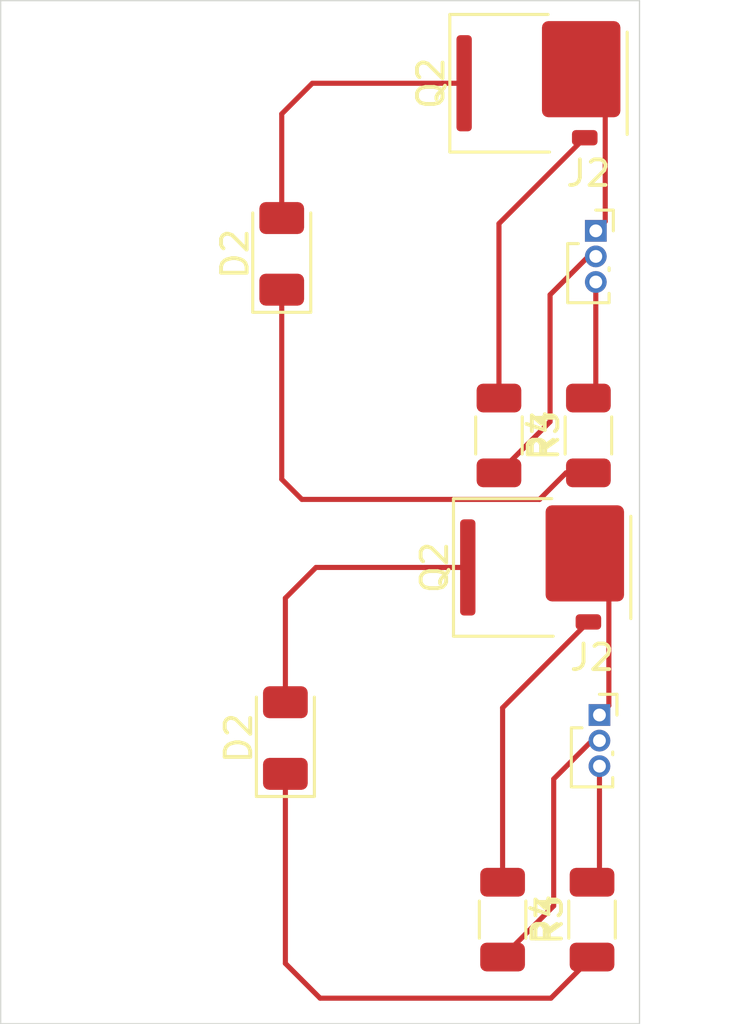
<source format=kicad_pcb>
(kicad_pcb (version 20241229) (generator "pcbnew") (generator_version "9.0")
  (layers (0 "F.Cu" signal) (2 "B.Cu" signal) (13 "F.Paste" user) (15 "B.Paste" user) (5 "F.SilkS" user "F.Silkscreen") (7 "B.SilkS" user "B.Silkscreen") (1 "F.Mask" user) (3 "B.Mask" user) (25 "Edge.Cuts" user))
  (net 0 "")
  (net 1 "Net-(D2-A)")
  (net 2 "Net-(D2-K)")
  (net 3 "Net-(J2-Pin_2)")
  (net 4 "Net-(J2-Pin_3)")
  (net 5 "Net-(J2-Pin_1)")
  (net 6 "Net-(Q2-B)")
  (footprint "Resistor_SMD:R_1206_3216Metric" (layer "F.Cu") (at 154.5 115 -90)
    (property "Reference" "R3" (at 0 -1.83 90) (layer "F.SilkS"))
    (property "Value" "1k")
    (fp_line (start -0.727064 0.91) (end 0.727064 0.91) (stroke (width 0.12)) (layer "F.SilkS") (net 1919903860))
    (fp_line (start -0.727064 -0.91) (end 0.727064 -0.91) (stroke (width 0.12)) (layer "F.SilkS") (net 1919903860))
    (pad "1" smd roundrect (at -1.4625 0 270) (size 1.125 1.75) (layers "F.Cu" "F.Mask" "F.Paste") (roundrect_rratio 0.222222) (net 6 "Net-(Q2-B)"))
    (pad "2" smd roundrect (at 1.4625 0 270) (size 1.125 1.75) (layers "F.Cu" "F.Mask" "F.Paste") (roundrect_rratio 0.222222) (net 3 "Net-(J2-Pin_2)"))
  )
  (footprint "Transistor_Power:GaN_Systems_GaNPX-3_5x6.6mm_Drain3.76x0.6mm" (layer "F.Cu") (at 156.19 120.16 90)
    (property "Reference" "Q2" (at 0 -4.21 90) (layer "F.SilkS"))
    (property "Value" "BC107")
    (fp_line (start 2.69 -3.47) (end -2.69 -3.47) (stroke (width 0.12)) (layer "F.SilkS"))
    (fp_line (start -2.69 -3.47) (end -2.69 0.4325) (stroke (width 0.12)) (layer "F.SilkS"))
    (fp_line (start 2.69 0.375) (end 2.69 -3.47) (stroke (width 0.12)) (layer "F.SilkS"))
    (fp_line (start -2 3.47) (end 2 3.47) (stroke (width 0.12)) (layer "F.SilkS"))
    (pad "1" smd roundrect (at 0 -2.91 90) (size 3.76 0.6) (layers "F.Cu" "F.Mask" "F.Paste") (net 1 "Net-(D2-A)"))
    (pad "2" smd roundrect (at -2.13 1.81 90) (size 0.6 1) (layers "F.Cu" "F.Mask" "F.Paste") (net 6 "Net-(Q2-B)"))
    (pad "3" smd roundrect (at 0.55 1.67 90) (size 3.76 3.07) (layers "F.Cu" "F.Mask") (roundrect_rratio 0.08143322476) (net 5 "Net-(J2-Pin_1)"))
  )
  (footprint "LED_SMD:LED_1206_3216Metric" (layer "F.Cu") (at 146 107.9 90)
    (property "Reference" "D2" (at 0 -1.83 90) (layer "F.SilkS"))
    (property "Value" "LED")
    (fp_line (start 1.6 -1.135) (end -2.285 -1.135) (stroke (width 0.12)) (layer "F.SilkS") (net 1919903860))
    (fp_line (start -2.285 -1.135) (end -2.285 1.135) (stroke (width 0.12)) (layer "F.SilkS") (net 1919903860))
    (fp_line (start -2.285 1.135) (end 1.6 1.135) (stroke (width 0.12)) (layer "F.SilkS") (net 1919903860))
    (pad "1" smd roundrect (at -1.4 0 90) (size 1.25 1.75) (layers "F.Cu" "F.Mask" "F.Paste") (roundrect_rratio 0.2) (net 2 "Net-(D2-K)"))
    (pad "2" smd roundrect (at 1.4 0 90) (size 1.25 1.75) (layers "F.Cu" "F.Mask" "F.Paste") (roundrect_rratio 0.2) (net 1 "Net-(D2-A)"))
  )
  (footprint "Resistor_SMD:R_1206_3216Metric" (layer "F.Cu") (at 158.1425 133.93 90)
    (property "Reference" "R4" (at 0 -1.83 90) (layer "F.SilkS"))
    (property "Value" "R")
    (fp_line (start -0.727064 -0.91) (end 0.727064 -0.91) (stroke (width 0.12)) (layer "F.SilkS"))
    (fp_line (start -0.727064 0.91) (end 0.727064 0.91) (stroke (width 0.12)) (layer "F.SilkS"))
    (pad "1" smd roundrect (at -1.4625 0 90) (size 1.125 1.75) (layers "F.Cu" "F.Mask" "F.Paste") (roundrect_rratio 0.222222) (net 2 "Net-(D2-K)"))
    (pad "2" smd roundrect (at 1.4625 0 90) (size 1.125 1.75) (layers "F.Cu" "F.Mask" "F.Paste") (roundrect_rratio 0.222222) (net 4 "Net-(J2-Pin_3)"))
  )
  (footprint "Resistor_SMD:R_1206_3216Metric" (layer "F.Cu") (at 158 115 90)
    (property "Reference" "R4" (at 0 -1.83 90) (layer "F.SilkS"))
    (property "Value" "R")
    (fp_line (start -0.727064 -0.91) (end 0.727064 -0.91) (stroke (width 0.12)) (layer "F.SilkS") (net 1919903860))
    (fp_line (start -0.727064 0.91) (end 0.727064 0.91) (stroke (width 0.12)) (layer "F.SilkS") (net 1919903860))
    (pad "1" smd roundrect (at -1.4625 0 90) (size 1.125 1.75) (layers "F.Cu" "F.Mask" "F.Paste") (roundrect_rratio 0.222222) (net 2 "Net-(D2-K)"))
    (pad "2" smd roundrect (at 1.4625 0 90) (size 1.125 1.75) (layers "F.Cu" "F.Mask" "F.Paste") (roundrect_rratio 0.222222) (net 4 "Net-(J2-Pin_3)"))
  )
  (footprint "Resistor_SMD:R_1206_3216Metric" (layer "F.Cu") (at 154.6425 133.93 -90)
    (property "Reference" "R3" (at 0 -1.83 90) (layer "F.SilkS"))
    (property "Value" "1k")
    (fp_line (start -0.727064 0.91) (end 0.727064 0.91) (stroke (width 0.12)) (layer "F.SilkS"))
    (fp_line (start -0.727064 -0.91) (end 0.727064 -0.91) (stroke (width 0.12)) (layer "F.SilkS"))
    (pad "1" smd roundrect (at -1.4625 0 270) (size 1.125 1.75) (layers "F.Cu" "F.Mask" "F.Paste") (roundrect_rratio 0.222222) (net 6 "Net-(Q2-B)"))
    (pad "2" smd roundrect (at 1.4625 0 270) (size 1.125 1.75) (layers "F.Cu" "F.Mask" "F.Paste") (roundrect_rratio 0.222222) (net 3 "Net-(J2-Pin_2)"))
  )
  (footprint "LED_SMD:LED_1206_3216Metric" (layer "F.Cu") (at 146.1425 126.83 90)
    (property "Reference" "D2" (at 0 -1.83 90) (layer "F.SilkS"))
    (property "Value" "LED")
    (fp_line (start 1.6 -1.135) (end -2.285 -1.135) (stroke (width 0.12)) (layer "F.SilkS"))
    (fp_line (start -2.285 -1.135) (end -2.285 1.135) (stroke (width 0.12)) (layer "F.SilkS"))
    (fp_line (start -2.285 1.135) (end 1.6 1.135) (stroke (width 0.12)) (layer "F.SilkS"))
    (pad "1" smd roundrect (at -1.4 0 90) (size 1.25 1.75) (layers "F.Cu" "F.Mask" "F.Paste") (roundrect_rratio 0.2) (net 2 "Net-(D2-K)"))
    (pad "2" smd roundrect (at 1.4 0 90) (size 1.25 1.75) (layers "F.Cu" "F.Mask" "F.Paste") (roundrect_rratio 0.2) (net 1 "Net-(D2-A)"))
  )
  (footprint "Connector_PinSocket_1.00mm:PinSocket_1x03_P1.00mm_Vertical" (layer "F.Cu") (at 158.29 107)
    (property "Reference" "J2" (at -0.29 -2.25 0) (layer "F.SilkS"))
    (property "Value" "Conn_01x03_Pin")
    (fp_line (start -1.1 0.5) (end -1.1 2.81) (stroke (width 0.12)) (layer "F.SilkS") (net 1919903860))
    (fp_line (start -1.1 0.5) (end -0.685 0.5) (stroke (width 0.12)) (layer "F.SilkS") (net 1919903860))
    (fp_line (start -1.1 2.81) (end 0.52 2.81) (stroke (width 0.12)) (layer "F.SilkS") (net 1919903860))
    (fp_line (start 0 -0.81) (end 0.685 -0.81) (stroke (width 0.12)) (layer "F.SilkS") (net 1919903860))
    (fp_line (start 0.52 1.445898) (end 0.52 1.554102) (stroke (width 0.12)) (layer "F.SilkS") (net 1919903860))
    (fp_line (start 0.52 2.445898) (end 0.52 2.81) (stroke (width 0.12)) (layer "F.SilkS") (net 1919903860))
    (fp_line (start 0.685 -0.81) (end 0.685 0) (stroke (width 0.12)) (layer "F.SilkS") (net 1919903860))
    (pad "1" thru_hole rect (at 0 0) (size 0.85 0.85) (drill 0.5) (layers "*.Cu" "*.Mask") (net 5 "Net-(J2-Pin_1)"))
    (pad "2" thru_hole circle (at 0 1) (size 0.85 0.85) (drill 0.5) (layers "*.Cu" "*.Mask") (net 3 "Net-(J2-Pin_2)"))
    (pad "3" thru_hole circle (at 0 2) (size 0.85 0.85) (drill 0.5) (layers "*.Cu" "*.Mask") (net 4 "Net-(J2-Pin_3)"))
  )
  (footprint "Connector_PinSocket_1.00mm:PinSocket_1x03_P1.00mm_Vertical" (layer "F.Cu") (at 158.4325 125.93)
    (property "Reference" "J2" (at -0.29 -2.25 0) (layer "F.SilkS"))
    (property "Value" "Conn_01x03_Pin")
    (fp_line (start -1.1 0.5) (end -1.1 2.81) (stroke (width 0.12)) (layer "F.SilkS"))
    (fp_line (start -1.1 0.5) (end -0.685 0.5) (stroke (width 0.12)) (layer "F.SilkS"))
    (fp_line (start -1.1 2.81) (end 0.52 2.81) (stroke (width 0.12)) (layer "F.SilkS"))
    (fp_line (start 0 -0.81) (end 0.685 -0.81) (stroke (width 0.12)) (layer "F.SilkS"))
    (fp_line (start 0.52 1.445898) (end 0.52 1.554102) (stroke (width 0.12)) (layer "F.SilkS"))
    (fp_line (start 0.52 2.445898) (end 0.52 2.81) (stroke (width 0.12)) (layer "F.SilkS"))
    (fp_line (start 0.685 -0.81) (end 0.685 0) (stroke (width 0.12)) (layer "F.SilkS"))
    (pad "1" thru_hole rect (at 0 0) (size 0.85 0.85) (drill 0.5) (layers "*.Cu" "*.Mask") (net 5 "Net-(J2-Pin_1)"))
    (pad "2" thru_hole circle (at 0 1) (size 0.85 0.85) (drill 0.5) (layers "*.Cu" "*.Mask") (net 3 "Net-(J2-Pin_2)"))
    (pad "3" thru_hole circle (at 0 2) (size 0.85 0.85) (drill 0.5) (layers "*.Cu" "*.Mask") (net 4 "Net-(J2-Pin_3)"))
  )
  (footprint "Transistor_Power:GaN_Systems_GaNPX-3_5x6.6mm_Drain3.76x0.6mm" (layer "F.Cu") (at 156.0475 101.23 90)
    (property "Reference" "Q2" (at 0 -4.21 90) (layer "F.SilkS"))
    (property "Value" "BC107")
    (fp_line (start 2.69 -3.47) (end -2.69 -3.47) (stroke (width 0.12)) (layer "F.SilkS") (net 1919903860))
    (fp_line (start -2.69 -3.47) (end -2.69 0.4325) (stroke (width 0.12)) (layer "F.SilkS") (net 1919903860))
    (fp_line (start 2.69 0.375) (end 2.69 -3.47) (stroke (width 0.12)) (layer "F.SilkS") (net 1919903860))
    (fp_line (start -2 3.47) (end 2 3.47) (stroke (width 0.12)) (layer "F.SilkS") (net 1919903860))
    (pad "1" smd roundrect (at 0 -2.91 90) (size 3.76 0.6) (layers "F.Cu" "F.Mask" "F.Paste") (net 1 "Net-(D2-A)"))
    (pad "2" smd roundrect (at -2.13 1.81 90) (size 0.6 1) (layers "F.Cu" "F.Mask" "F.Paste") (net 6 "Net-(Q2-B)"))
    (pad "3" smd roundrect (at 0.55 1.67 90) (size 3.76 3.07) (layers "F.Cu" "F.Mask") (roundrect_rratio 0.08143322476) (net 5 "Net-(J2-Pin_1)"))
  )
  (gr_rect (start 135 98) (end 160 138) (stroke (width 0.05)) (fill no) (layer "Edge.Cuts"))
  (segment (start 153.1375 101.23) (end 147.1975 101.23) (width 0.2) (layer "F.Cu") (net 1))
  (segment (start 146 102.4275) (end 146 106.5) (width 0.2) (layer "F.Cu") (net 1))
  (segment (start 147.34 120.16) (end 146.1425 121.3575) (width 0.2) (layer "F.Cu") (net 1))
  (segment (start 146 106.5) (end 146.0775 106.5) (width 0.2) (layer "F.Cu") (net 1))
  (segment (start 147.1975 101.23) (end 146 102.4275) (width 0.2) (layer "F.Cu") (net 1))
  (segment (start 146.1425 125.43) (end 146.22 125.43) (width 0.2) (layer "F.Cu") (net 1))
  (segment (start 153.28 120.16) (end 147.34 120.16) (width 0.2) (layer "F.Cu") (net 1))
  (segment (start 146.1425 121.3575) (end 146.1425 125.43) (width 0.2) (layer "F.Cu") (net 1))
  (segment (start 158 116.4625) (end 157.125 116.4625) (width 0.2) (layer "F.Cu") (net 2))
  (segment (start 147.5 137) (end 156.535 137) (width 0.2) (layer "F.Cu") (net 2))
  (segment (start 157.125 116.4625) (end 156.0875 117.5) (width 0.2) (layer "F.Cu") (net 2))
  (segment (start 146.1425 128.23) (end 146.1425 135.6425) (width 0.2) (layer "F.Cu") (net 2))
  (segment (start 146.1425 135.6425) (end 147.5 137) (width 0.2) (layer "F.Cu") (net 2))
  (segment (start 146 109.3) (end 146 116.7125) (width 0.2) (layer "F.Cu") (net 2))
  (segment (start 146.7875 117.5) (end 146 116.7125) (width 0.2) (layer "F.Cu") (net 2))
  (segment (start 156.0875 117.5) (end 146.7875 117.5) (width 0.2) (layer "F.Cu") (net 2))
  (segment (start 156.535 137) (end 158.1425 135.3925) (width 0.2) (layer "F.Cu") (net 2))
  (segment (start 158 108) (end 158.29 108) (width 0.2) (layer "F.Cu") (net 3))
  (segment (start 156.6425 128.43) (end 158.1425 126.93) (width 0.2) (layer "F.Cu") (net 3))
  (segment (start 156.6425 133.3925) (end 156.6425 128.43) (width 0.2) (layer "F.Cu") (net 3))
  (segment (start 154.5 116.4625) (end 156.5 114.4625) (width 0.2) (layer "F.Cu") (net 3))
  (segment (start 154.6425 135.3925) (end 156.6425 133.3925) (width 0.2) (layer "F.Cu") (net 3))
  (segment (start 156.5 109.5) (end 158 108) (width 0.2) (layer "F.Cu") (net 3))
  (segment (start 156.5 114.4625) (end 156.5 109.5) (width 0.2) (layer "F.Cu") (net 3))
  (segment (start 158.1425 126.93) (end 158.4325 126.93) (width 0.2) (layer "F.Cu") (net 3))
  (segment (start 158.4325 127.93) (end 158.4325 132.1775) (width 0.2) (layer "F.Cu") (net 4))
  (segment (start 158.29 109) (end 158.29 113.2475) (width 0.2) (layer "F.Cu") (net 4))
  (segment (start 158.29 113.2475) (end 158 113.5375) (width 0.2) (layer "F.Cu") (net 4))
  (segment (start 158.4325 132.1775) (end 158.1425 132.4675) (width 0.2) (layer "F.Cu") (net 4))
  (segment (start 158.6585 101.621) (end 158.6585 106.6315) (width 0.2) (layer "F.Cu") (net 5))
  (segment (start 158.801 125.5615) (end 158.4325 125.93) (width 0.2) (layer "F.Cu") (net 5))
  (segment (start 157.86 119.61) (end 158.801 120.551) (width 0.2) (layer "F.Cu") (net 5))
  (segment (start 158.801 120.551) (end 158.801 125.5615) (width 0.2) (layer "F.Cu") (net 5))
  (segment (start 158.6585 106.6315) (end 158.29 107) (width 0.2) (layer "F.Cu") (net 5))
  (segment (start 157.7175 100.68) (end 158.6585 101.621) (width 0.2) (layer "F.Cu") (net 5))
  (segment (start 154.6425 132.4675) (end 154.6425 125.6475) (width 0.2) (layer "F.Cu") (net 6))
  (segment (start 154.5 113.5375) (end 154.5 106.7175) (width 0.2) (layer "F.Cu") (net 6))
  (segment (start 154.5 106.7175) (end 157.8575 103.36) (width 0.2) (layer "F.Cu") (net 6))
  (segment (start 154.6425 125.6475) (end 158 122.29) (width 0.2) (layer "F.Cu") (net 6))
)
</source>
